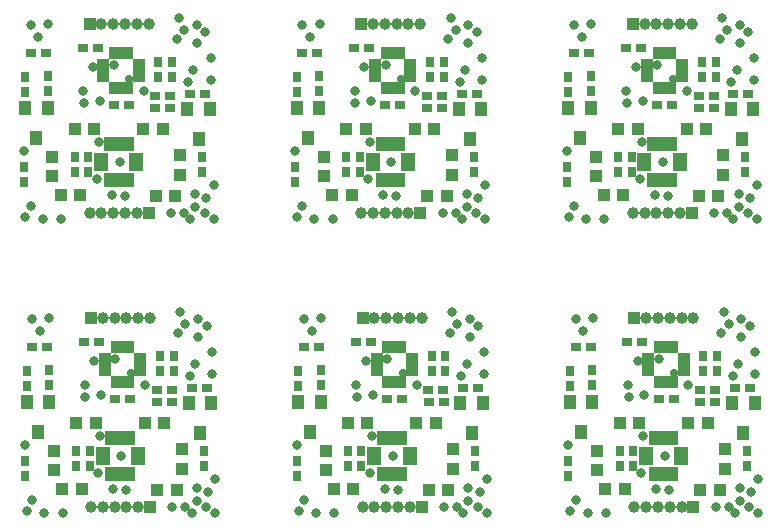
<source format=gts>
G04*
G04 #@! TF.GenerationSoftware,Altium Limited,Altium Designer,20.0.13 (296)*
G04*
G04 Layer_Color=8388736*
%FSLAX25Y25*%
%MOIN*%
G70*
G01*
G75*
%ADD25R,0.03300X0.02800*%
%ADD26R,0.04343X0.04540*%
%ADD27R,0.04343X0.04540*%
%ADD28R,0.02800X0.03300*%
%ADD29R,0.04300X0.04300*%
%ADD30R,0.04737X0.01981*%
%ADD31R,0.01981X0.04737*%
%ADD32R,0.03950X0.01981*%
%ADD33R,0.01981X0.03950*%
%ADD34R,0.04300X0.04300*%
%ADD35R,0.03950X0.03950*%
%ADD36C,0.03950*%
%ADD37C,0.02769*%
%ADD38C,0.03162*%
%ADD39C,0.03241*%
G54D25*
X228605Y44816D02*
D03*
X233605D02*
D03*
X228642Y40701D02*
D03*
X233642D02*
D03*
X240207Y45276D02*
D03*
X245207D02*
D03*
X209402Y60925D02*
D03*
X204402D02*
D03*
X192126Y59153D02*
D03*
X187126D02*
D03*
X214784Y41813D02*
D03*
X219784D02*
D03*
X138054Y44816D02*
D03*
X143054D02*
D03*
X138091Y40701D02*
D03*
X143091D02*
D03*
X149655Y45276D02*
D03*
X154656D02*
D03*
X118851Y60925D02*
D03*
X113851D02*
D03*
X101575Y59153D02*
D03*
X96575D02*
D03*
X124233Y41813D02*
D03*
X129233D02*
D03*
X47503Y44816D02*
D03*
X52503D02*
D03*
X47540Y40701D02*
D03*
X52540D02*
D03*
X59104Y45276D02*
D03*
X64104D02*
D03*
X28300Y60925D02*
D03*
X23300D02*
D03*
X11024Y59153D02*
D03*
X6024D02*
D03*
X33682Y41813D02*
D03*
X38682D02*
D03*
X228105Y142816D02*
D03*
X233105D02*
D03*
X228142Y138701D02*
D03*
X233142D02*
D03*
X239707Y143276D02*
D03*
X244707D02*
D03*
X208902Y158925D02*
D03*
X203902D02*
D03*
X191626Y157153D02*
D03*
X186626D02*
D03*
X214284Y139813D02*
D03*
X219284D02*
D03*
X137554Y142816D02*
D03*
X142554D02*
D03*
X137591Y138701D02*
D03*
X142591D02*
D03*
X149155Y143276D02*
D03*
X154156D02*
D03*
X118351Y158925D02*
D03*
X113351D02*
D03*
X101075Y157153D02*
D03*
X96075D02*
D03*
X123733Y139813D02*
D03*
X128733D02*
D03*
X47003Y142816D02*
D03*
X52003D02*
D03*
X47040Y138701D02*
D03*
X52040D02*
D03*
X58604Y143276D02*
D03*
X63604D02*
D03*
X27800Y158925D02*
D03*
X22800D02*
D03*
X10524Y157153D02*
D03*
X5524D02*
D03*
X33182Y139813D02*
D03*
X38182D02*
D03*
G54D26*
X246776Y40354D02*
D03*
X243036Y30512D02*
D03*
X192717Y40701D02*
D03*
X188976Y30858D02*
D03*
X156225Y40354D02*
D03*
X152485Y30512D02*
D03*
X102165Y40701D02*
D03*
X98425Y30858D02*
D03*
X65674Y40354D02*
D03*
X61934Y30512D02*
D03*
X11614Y40701D02*
D03*
X7874Y30858D02*
D03*
X246276Y138354D02*
D03*
X242536Y128512D02*
D03*
X192217Y138701D02*
D03*
X188476Y128858D02*
D03*
X155725Y138354D02*
D03*
X151985Y128512D02*
D03*
X101665Y138701D02*
D03*
X97925Y128858D02*
D03*
X65174Y138354D02*
D03*
X61434Y128512D02*
D03*
X11114Y138701D02*
D03*
X7374Y128858D02*
D03*
G54D27*
X239296Y40354D02*
D03*
X185236Y40701D02*
D03*
X148745Y40354D02*
D03*
X94685Y40701D02*
D03*
X58194Y40354D02*
D03*
X4134Y40701D02*
D03*
X238796Y138354D02*
D03*
X184736Y138701D02*
D03*
X148245Y138354D02*
D03*
X94185Y138701D02*
D03*
X57694Y138354D02*
D03*
X3634Y138701D02*
D03*
G54D28*
X244217Y19470D02*
D03*
Y24470D02*
D03*
X192717Y51319D02*
D03*
Y46319D02*
D03*
X185236Y46112D02*
D03*
Y51112D02*
D03*
X229648Y51201D02*
D03*
Y56201D02*
D03*
X184724Y16026D02*
D03*
Y21026D02*
D03*
X201770Y24442D02*
D03*
Y19442D02*
D03*
X206271D02*
D03*
Y24442D02*
D03*
X234282Y51201D02*
D03*
Y56201D02*
D03*
X153666Y19470D02*
D03*
Y24470D02*
D03*
X102165Y51319D02*
D03*
Y46319D02*
D03*
X94685Y46112D02*
D03*
Y51112D02*
D03*
X139097Y51201D02*
D03*
Y56201D02*
D03*
X94173Y16026D02*
D03*
Y21026D02*
D03*
X111219Y24442D02*
D03*
Y19442D02*
D03*
X115720D02*
D03*
Y24442D02*
D03*
X143731Y51201D02*
D03*
Y56201D02*
D03*
X63115Y19470D02*
D03*
Y24470D02*
D03*
X11614Y51319D02*
D03*
Y46319D02*
D03*
X4134Y46112D02*
D03*
Y51112D02*
D03*
X48546Y51201D02*
D03*
Y56201D02*
D03*
X3622Y16026D02*
D03*
Y21026D02*
D03*
X20668Y24442D02*
D03*
Y19442D02*
D03*
X25169D02*
D03*
Y24442D02*
D03*
X53180Y51201D02*
D03*
Y56201D02*
D03*
X243717Y117470D02*
D03*
Y122470D02*
D03*
X192217Y149319D02*
D03*
Y144319D02*
D03*
X184736Y144112D02*
D03*
Y149112D02*
D03*
X229148Y149201D02*
D03*
Y154201D02*
D03*
X184224Y114026D02*
D03*
Y119026D02*
D03*
X201270Y122442D02*
D03*
Y117442D02*
D03*
X205771D02*
D03*
Y122442D02*
D03*
X233782Y149201D02*
D03*
Y154201D02*
D03*
X153166Y117470D02*
D03*
Y122470D02*
D03*
X101665Y149319D02*
D03*
Y144319D02*
D03*
X94185Y144112D02*
D03*
Y149112D02*
D03*
X138597Y149201D02*
D03*
Y154201D02*
D03*
X93673Y114026D02*
D03*
Y119026D02*
D03*
X110719Y122442D02*
D03*
Y117442D02*
D03*
X115220D02*
D03*
Y122442D02*
D03*
X143231Y149201D02*
D03*
Y154201D02*
D03*
X62615Y117470D02*
D03*
Y122470D02*
D03*
X11114Y149319D02*
D03*
Y144319D02*
D03*
X3634Y144112D02*
D03*
Y149112D02*
D03*
X48046Y149201D02*
D03*
Y154201D02*
D03*
X3122Y114026D02*
D03*
Y119026D02*
D03*
X20168Y122442D02*
D03*
Y117442D02*
D03*
X24669D02*
D03*
Y122442D02*
D03*
X52680Y149201D02*
D03*
Y154201D02*
D03*
G54D29*
X197043Y11727D02*
D03*
X203543D02*
D03*
X231105Y33812D02*
D03*
X224605D02*
D03*
X228693Y11375D02*
D03*
X235193D02*
D03*
X208270Y33812D02*
D03*
X201770D02*
D03*
X106492Y11727D02*
D03*
X112992D02*
D03*
X140554Y33812D02*
D03*
X134054D02*
D03*
X138142Y11375D02*
D03*
X144642D02*
D03*
X117719Y33812D02*
D03*
X111219D02*
D03*
X15941Y11727D02*
D03*
X22441D02*
D03*
X50003Y33812D02*
D03*
X43503D02*
D03*
X47591Y11375D02*
D03*
X54091D02*
D03*
X27168Y33812D02*
D03*
X20668D02*
D03*
X196543Y109727D02*
D03*
X203043D02*
D03*
X230605Y131812D02*
D03*
X224105D02*
D03*
X228193Y109375D02*
D03*
X234693D02*
D03*
X207770Y131812D02*
D03*
X201270D02*
D03*
X105992Y109727D02*
D03*
X112492D02*
D03*
X140054Y131812D02*
D03*
X133554D02*
D03*
X137642Y109375D02*
D03*
X144142D02*
D03*
X117219Y131812D02*
D03*
X110719D02*
D03*
X15441Y109727D02*
D03*
X21941D02*
D03*
X49503Y131812D02*
D03*
X43003D02*
D03*
X47091Y109375D02*
D03*
X53591D02*
D03*
X26668Y131812D02*
D03*
X20168D02*
D03*
G54D30*
X210532Y20820D02*
D03*
Y22789D02*
D03*
Y24757D02*
D03*
X222343D02*
D03*
Y22789D02*
D03*
Y20820D02*
D03*
X119981D02*
D03*
Y22789D02*
D03*
Y24757D02*
D03*
X131792D02*
D03*
Y22789D02*
D03*
Y20820D02*
D03*
X29430D02*
D03*
Y22789D02*
D03*
Y24757D02*
D03*
X41241D02*
D03*
Y22789D02*
D03*
Y20820D02*
D03*
X210032Y118820D02*
D03*
Y120789D02*
D03*
Y122757D02*
D03*
X221843D02*
D03*
Y120789D02*
D03*
Y118820D02*
D03*
X119481D02*
D03*
Y120789D02*
D03*
Y122757D02*
D03*
X131292D02*
D03*
Y120789D02*
D03*
Y118820D02*
D03*
X28930D02*
D03*
Y120789D02*
D03*
Y122757D02*
D03*
X40741D02*
D03*
Y120789D02*
D03*
Y118820D02*
D03*
G54D31*
X212501Y28694D02*
D03*
X214469D02*
D03*
X216438D02*
D03*
X218406D02*
D03*
X220375D02*
D03*
Y16883D02*
D03*
X218406D02*
D03*
X216438D02*
D03*
X214469D02*
D03*
X212501D02*
D03*
X121949Y28694D02*
D03*
X123918D02*
D03*
X125886D02*
D03*
X127855D02*
D03*
X129824D02*
D03*
Y16883D02*
D03*
X127855D02*
D03*
X125886D02*
D03*
X123918D02*
D03*
X121949D02*
D03*
X31398Y28694D02*
D03*
X33367D02*
D03*
X35335D02*
D03*
X37304D02*
D03*
X39272D02*
D03*
Y16883D02*
D03*
X37304D02*
D03*
X35335D02*
D03*
X33367D02*
D03*
X31398D02*
D03*
X212001Y126694D02*
D03*
X213969D02*
D03*
X215938D02*
D03*
X217906D02*
D03*
X219875D02*
D03*
Y114883D02*
D03*
X217906D02*
D03*
X215938D02*
D03*
X213969D02*
D03*
X212001D02*
D03*
X121449Y126694D02*
D03*
X123418D02*
D03*
X125386D02*
D03*
X127355D02*
D03*
X129323D02*
D03*
Y114883D02*
D03*
X127355D02*
D03*
X125386D02*
D03*
X123418D02*
D03*
X121449D02*
D03*
X30898Y126694D02*
D03*
X32867D02*
D03*
X34835D02*
D03*
X36804D02*
D03*
X38772D02*
D03*
Y114883D02*
D03*
X36804D02*
D03*
X34835D02*
D03*
X32867D02*
D03*
X30898D02*
D03*
G54D32*
X223130Y50295D02*
D03*
Y52264D02*
D03*
Y54232D02*
D03*
Y56201D02*
D03*
X211319D02*
D03*
Y54232D02*
D03*
Y52264D02*
D03*
Y50295D02*
D03*
X132579D02*
D03*
Y52264D02*
D03*
Y54232D02*
D03*
Y56201D02*
D03*
X120768D02*
D03*
Y54232D02*
D03*
Y52264D02*
D03*
Y50295D02*
D03*
X42028D02*
D03*
Y52264D02*
D03*
Y54232D02*
D03*
Y56201D02*
D03*
X30217D02*
D03*
Y54232D02*
D03*
Y52264D02*
D03*
Y50295D02*
D03*
X222631Y148295D02*
D03*
Y150264D02*
D03*
Y152232D02*
D03*
Y154201D02*
D03*
X210820D02*
D03*
Y152232D02*
D03*
Y150264D02*
D03*
Y148295D02*
D03*
X132079D02*
D03*
Y150264D02*
D03*
Y152232D02*
D03*
Y154201D02*
D03*
X120268D02*
D03*
Y152232D02*
D03*
Y150264D02*
D03*
Y148295D02*
D03*
X41528D02*
D03*
Y150264D02*
D03*
Y152232D02*
D03*
Y154201D02*
D03*
X29717D02*
D03*
Y152232D02*
D03*
Y150264D02*
D03*
Y148295D02*
D03*
G54D33*
X220178Y59153D02*
D03*
X218209D02*
D03*
X216241D02*
D03*
X214272D02*
D03*
Y47343D02*
D03*
X216241D02*
D03*
X218209D02*
D03*
X220178D02*
D03*
X129627Y59153D02*
D03*
X127658D02*
D03*
X125690D02*
D03*
X123721D02*
D03*
Y47343D02*
D03*
X125690D02*
D03*
X127658D02*
D03*
X129627D02*
D03*
X39075Y59153D02*
D03*
X37107D02*
D03*
X35138D02*
D03*
X33170D02*
D03*
Y47343D02*
D03*
X35138D02*
D03*
X37107D02*
D03*
X39075D02*
D03*
X219678Y157153D02*
D03*
X217709D02*
D03*
X215741D02*
D03*
X213772D02*
D03*
Y145343D02*
D03*
X215741D02*
D03*
X217709D02*
D03*
X219678D02*
D03*
X129127Y157153D02*
D03*
X127158D02*
D03*
X125190D02*
D03*
X123221D02*
D03*
Y145343D02*
D03*
X125190D02*
D03*
X127158D02*
D03*
X129127D02*
D03*
X38575Y157153D02*
D03*
X36607D02*
D03*
X34638D02*
D03*
X32670D02*
D03*
Y145343D02*
D03*
X34638D02*
D03*
X36607D02*
D03*
X38575D02*
D03*
G54D34*
X236916Y18497D02*
D03*
Y24997D02*
D03*
X194307Y24470D02*
D03*
Y17970D02*
D03*
X146364Y18497D02*
D03*
Y24997D02*
D03*
X103756Y24470D02*
D03*
Y17970D02*
D03*
X55813Y18497D02*
D03*
Y24997D02*
D03*
X13205Y24470D02*
D03*
Y17970D02*
D03*
X236416Y116497D02*
D03*
Y122997D02*
D03*
X193807Y122470D02*
D03*
Y115970D02*
D03*
X145864Y116497D02*
D03*
Y122997D02*
D03*
X103256Y122470D02*
D03*
Y115970D02*
D03*
X55313Y116497D02*
D03*
Y122997D02*
D03*
X12705Y122470D02*
D03*
Y115970D02*
D03*
G54D35*
X206693Y68898D02*
D03*
X226378Y5906D02*
D03*
X116142Y68898D02*
D03*
X135827Y5906D02*
D03*
X25591Y68898D02*
D03*
X45276Y5906D02*
D03*
X206193Y166898D02*
D03*
X225878Y103905D02*
D03*
X115642Y166898D02*
D03*
X135327Y103905D02*
D03*
X25091Y166898D02*
D03*
X44776Y103905D02*
D03*
G54D36*
X210630Y68898D02*
D03*
X214567D02*
D03*
X218504D02*
D03*
X222441D02*
D03*
X226378D02*
D03*
X222441Y5906D02*
D03*
X218504D02*
D03*
X214567D02*
D03*
X210630D02*
D03*
X206693D02*
D03*
X120079Y68898D02*
D03*
X124016D02*
D03*
X127953D02*
D03*
X131890D02*
D03*
X135827D02*
D03*
X131890Y5906D02*
D03*
X127953D02*
D03*
X124016D02*
D03*
X120079D02*
D03*
X116142D02*
D03*
X29528Y68898D02*
D03*
X33465D02*
D03*
X37402D02*
D03*
X41339D02*
D03*
X45276D02*
D03*
X41339Y5906D02*
D03*
X37402D02*
D03*
X33465D02*
D03*
X29528D02*
D03*
X25591D02*
D03*
X210130Y166898D02*
D03*
X214067D02*
D03*
X218004D02*
D03*
X221941D02*
D03*
X225878D02*
D03*
X221941Y103905D02*
D03*
X218004D02*
D03*
X214067D02*
D03*
X210130D02*
D03*
X206193D02*
D03*
X119579Y166898D02*
D03*
X123516D02*
D03*
X127453D02*
D03*
X131390D02*
D03*
X135327D02*
D03*
X131390Y103905D02*
D03*
X127453D02*
D03*
X123516D02*
D03*
X119579D02*
D03*
X115642D02*
D03*
X29028Y166898D02*
D03*
X32965D02*
D03*
X36902D02*
D03*
X40839D02*
D03*
X44776D02*
D03*
X40839Y103905D02*
D03*
X36902D02*
D03*
X32965D02*
D03*
X29028D02*
D03*
X25091D02*
D03*
G54D37*
X219981Y50394D02*
D03*
X129430D02*
D03*
X38879D02*
D03*
X219481Y148394D02*
D03*
X128930D02*
D03*
X38379D02*
D03*
G54D38*
X207777Y54432D02*
D03*
X218406Y11417D02*
D03*
X214835Y55230D02*
D03*
X216785Y22830D02*
D03*
X117226Y54432D02*
D03*
X127854Y11417D02*
D03*
X124284Y55230D02*
D03*
X126234Y22830D02*
D03*
X26674Y54432D02*
D03*
X37303Y11417D02*
D03*
X33733Y55230D02*
D03*
X35683Y22830D02*
D03*
X207277Y152432D02*
D03*
X217905Y109417D02*
D03*
X214335Y153231D02*
D03*
X216285Y120830D02*
D03*
X116726Y152432D02*
D03*
X127354Y109417D02*
D03*
X123784Y153231D02*
D03*
X125734Y120830D02*
D03*
X26174Y152432D02*
D03*
X36803Y109417D02*
D03*
X33233Y153231D02*
D03*
X35183Y120830D02*
D03*
G54D39*
X189665Y64567D02*
D03*
X210032Y43161D02*
D03*
X238170Y5906D02*
D03*
X245082D02*
D03*
X240207Y3596D02*
D03*
X197216Y3596D02*
D03*
X236482Y70866D02*
D03*
X245244Y65945D02*
D03*
X247047Y57563D02*
D03*
X235696Y63860D02*
D03*
X209745Y29491D02*
D03*
X224706Y46392D02*
D03*
X209030Y16981D02*
D03*
X214032Y11727D02*
D03*
X185340Y4580D02*
D03*
X191126Y3596D02*
D03*
X242421Y62453D02*
D03*
Y68398D02*
D03*
X192854Y68898D02*
D03*
X187126Y68398D02*
D03*
X204527Y46268D02*
D03*
X204788Y42455D02*
D03*
X184724Y26432D02*
D03*
X241313Y53356D02*
D03*
X247047Y50045D02*
D03*
X239567Y49588D02*
D03*
X245647Y10907D02*
D03*
X233823Y5906D02*
D03*
X238170Y66732D02*
D03*
X241929Y12165D02*
D03*
X248031Y15134D02*
D03*
X241929Y7609D02*
D03*
X248031Y3596D02*
D03*
X187126Y8071D02*
D03*
X99114Y64567D02*
D03*
X119481Y43161D02*
D03*
X147619Y5906D02*
D03*
X154531D02*
D03*
X149655Y3596D02*
D03*
X106665Y3596D02*
D03*
X145931Y70866D02*
D03*
X154693Y65945D02*
D03*
X156496Y57563D02*
D03*
X145145Y63860D02*
D03*
X119193Y29491D02*
D03*
X134155Y46392D02*
D03*
X118479Y16981D02*
D03*
X123480Y11727D02*
D03*
X94788Y4580D02*
D03*
X100575Y3596D02*
D03*
X151870Y62453D02*
D03*
Y68398D02*
D03*
X102303Y68898D02*
D03*
X96575Y68398D02*
D03*
X113976Y46268D02*
D03*
X114236Y42455D02*
D03*
X94173Y26432D02*
D03*
X150762Y53356D02*
D03*
X156496Y50045D02*
D03*
X149016Y49588D02*
D03*
X155096Y10907D02*
D03*
X143272Y5906D02*
D03*
X147619Y66732D02*
D03*
X151378Y12165D02*
D03*
X157480Y15134D02*
D03*
X151378Y7609D02*
D03*
X157480Y3596D02*
D03*
X96575Y8071D02*
D03*
X8563Y64567D02*
D03*
X28930Y43161D02*
D03*
X57068Y5906D02*
D03*
X63980D02*
D03*
X59104Y3596D02*
D03*
X16113Y3596D02*
D03*
X55380Y70866D02*
D03*
X64142Y65945D02*
D03*
X65945Y57563D02*
D03*
X54594Y63860D02*
D03*
X28642Y29491D02*
D03*
X43604Y46392D02*
D03*
X27927Y16981D02*
D03*
X32929Y11727D02*
D03*
X4237Y4580D02*
D03*
X10024Y3596D02*
D03*
X61319Y62453D02*
D03*
Y68398D02*
D03*
X11752Y68898D02*
D03*
X6024Y68398D02*
D03*
X23425Y46268D02*
D03*
X23685Y42455D02*
D03*
X3622Y26432D02*
D03*
X60211Y53356D02*
D03*
X65945Y50045D02*
D03*
X58465Y49588D02*
D03*
X64545Y10907D02*
D03*
X52721Y5906D02*
D03*
X57068Y66732D02*
D03*
X60827Y12165D02*
D03*
X66929Y15134D02*
D03*
X60827Y7609D02*
D03*
X66929Y3596D02*
D03*
X6024Y8071D02*
D03*
X189165Y162567D02*
D03*
X209532Y141161D02*
D03*
X237670Y103905D02*
D03*
X244582D02*
D03*
X239707Y101596D02*
D03*
X196716Y101596D02*
D03*
X235982Y168866D02*
D03*
X244744Y163945D02*
D03*
X246547Y155563D02*
D03*
X235196Y161860D02*
D03*
X209245Y127491D02*
D03*
X224206Y144392D02*
D03*
X208530Y114981D02*
D03*
X213532Y109727D02*
D03*
X184840Y102580D02*
D03*
X190626Y101596D02*
D03*
X241921Y160453D02*
D03*
Y166398D02*
D03*
X192354Y166898D02*
D03*
X186626Y166398D02*
D03*
X204028Y144268D02*
D03*
X204288Y140455D02*
D03*
X184224Y124432D02*
D03*
X240813Y151356D02*
D03*
X246547Y148045D02*
D03*
X239067Y147588D02*
D03*
X245147Y108907D02*
D03*
X233323Y103905D02*
D03*
X237670Y164732D02*
D03*
X241429Y110165D02*
D03*
X247532Y113134D02*
D03*
X241429Y105608D02*
D03*
X247532Y101596D02*
D03*
X186626Y106071D02*
D03*
X98614Y162567D02*
D03*
X118981Y141161D02*
D03*
X147119Y103905D02*
D03*
X154031D02*
D03*
X149155Y101596D02*
D03*
X106165Y101596D02*
D03*
X145431Y168866D02*
D03*
X154193Y163945D02*
D03*
X155996Y155563D02*
D03*
X144645Y161860D02*
D03*
X118693Y127491D02*
D03*
X133655Y144392D02*
D03*
X117979Y114981D02*
D03*
X122980Y109727D02*
D03*
X94288Y102580D02*
D03*
X100075Y101596D02*
D03*
X151370Y160453D02*
D03*
Y166398D02*
D03*
X101803Y166898D02*
D03*
X96075Y166398D02*
D03*
X113476Y144268D02*
D03*
X113736Y140455D02*
D03*
X93673Y124432D02*
D03*
X150262Y151356D02*
D03*
X155996Y148045D02*
D03*
X148516Y147588D02*
D03*
X154596Y108907D02*
D03*
X142772Y103905D02*
D03*
X147119Y164732D02*
D03*
X150878Y110165D02*
D03*
X156980Y113134D02*
D03*
X150878Y105608D02*
D03*
X156980Y101596D02*
D03*
X96075Y106071D02*
D03*
X8063Y162567D02*
D03*
X28430Y141161D02*
D03*
X56568Y103905D02*
D03*
X63480D02*
D03*
X58604Y101596D02*
D03*
X15613Y101596D02*
D03*
X54880Y168866D02*
D03*
X63642Y163945D02*
D03*
X65445Y155563D02*
D03*
X54094Y161860D02*
D03*
X28142Y127491D02*
D03*
X43104Y144392D02*
D03*
X27427Y114981D02*
D03*
X32429Y109727D02*
D03*
X3737Y102580D02*
D03*
X9524Y101596D02*
D03*
X60819Y160453D02*
D03*
Y166398D02*
D03*
X11252Y166898D02*
D03*
X5524Y166398D02*
D03*
X22925Y144268D02*
D03*
X23185Y140455D02*
D03*
X3122Y124432D02*
D03*
X59711Y151356D02*
D03*
X65445Y148045D02*
D03*
X57965Y147588D02*
D03*
X64045Y108907D02*
D03*
X52221Y103905D02*
D03*
X56568Y164732D02*
D03*
X60327Y110165D02*
D03*
X66429Y113134D02*
D03*
X60327Y105608D02*
D03*
X66429Y101596D02*
D03*
X5524Y106071D02*
D03*
M02*

</source>
